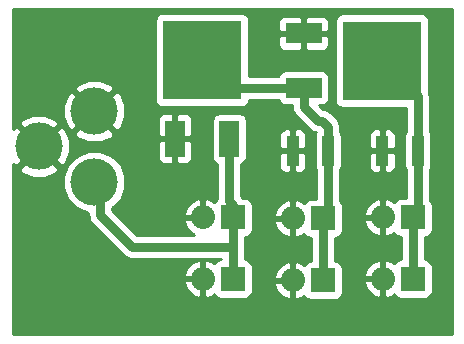
<source format=gtl>
G04 #@! TF.FileFunction,Copper,L1,Top,Signal*
%FSLAX46Y46*%
G04 Gerber Fmt 4.6, Leading zero omitted, Abs format (unit mm)*
G04 Created by KiCad (PCBNEW 4.0.1-3.201512221402+6198~38~ubuntu14.04.1-stable) date Sat 30 Jul 2016 07:40:51 PM PDT*
%MOMM*%
G01*
G04 APERTURE LIST*
%ADD10C,0.100000*%
%ADD11C,4.000000*%
%ADD12R,1.000000X2.500000*%
%ADD13R,2.032000X2.032000*%
%ADD14O,2.032000X2.032000*%
%ADD15R,1.651000X3.048000*%
%ADD16R,6.700520X6.700520*%
%ADD17R,3.048000X1.651000*%
%ADD18C,0.762000*%
%ADD19C,0.254000*%
G04 APERTURE END LIST*
D10*
D11*
X115316000Y-98656140D03*
X115316000Y-92656660D03*
X110617000Y-95656400D03*
D12*
X135128000Y-96012000D03*
X132128000Y-96012000D03*
D13*
X134683500Y-101727000D03*
D14*
X132143500Y-101727000D03*
D13*
X134683500Y-106997500D03*
D14*
X132143500Y-106997500D03*
D13*
X142303500Y-101663500D03*
D14*
X139763500Y-101663500D03*
D13*
X127063500Y-101663500D03*
D14*
X124523500Y-101663500D03*
D13*
X142303500Y-106870500D03*
D14*
X139763500Y-106870500D03*
D13*
X127063500Y-106870500D03*
D14*
X124523500Y-106870500D03*
D15*
X122158760Y-94996000D03*
D16*
X124460000Y-88346280D03*
D15*
X126761240Y-94996000D03*
D17*
X133050280Y-86090760D03*
D16*
X139700000Y-88392000D03*
D17*
X133050280Y-90693240D03*
D12*
X142700000Y-96012000D03*
X139700000Y-96012000D03*
D18*
X133050280Y-90693240D02*
X126806960Y-90693240D01*
X126806960Y-90693240D02*
X124460000Y-88346280D01*
X134683500Y-101727000D02*
X134683500Y-106997500D01*
X135128000Y-96012000D02*
X135128000Y-101282500D01*
X135128000Y-101282500D02*
X134683500Y-101727000D01*
X134600000Y-93472000D02*
X134241540Y-93472000D01*
X134241540Y-93472000D02*
X133050280Y-92280740D01*
X133050280Y-92280740D02*
X133050280Y-90693240D01*
X135128000Y-96012000D02*
X135128000Y-94000000D01*
X135128000Y-94000000D02*
X134600000Y-93472000D01*
X142700000Y-96012000D02*
X142700000Y-91392000D01*
X142700000Y-91392000D02*
X139700000Y-88392000D01*
X142700000Y-96012000D02*
X142700000Y-101267000D01*
X142700000Y-101267000D02*
X142303500Y-101663500D01*
X142303500Y-106870500D02*
X142303500Y-101663500D01*
X127063500Y-101663500D02*
X127063500Y-100584000D01*
X126761240Y-94996000D02*
X126761240Y-100281740D01*
X126761240Y-100281740D02*
X127063500Y-100584000D01*
X127063500Y-103441500D02*
X127063500Y-104140000D01*
X127063500Y-106870500D02*
X127063500Y-104140000D01*
X126365000Y-104140000D02*
X127063500Y-104140000D01*
X118479433Y-104140000D02*
X126365000Y-104140000D01*
X127063500Y-103441500D02*
X127063500Y-101663500D01*
X115824000Y-98656140D02*
X115824000Y-101484567D01*
X115824000Y-101484567D02*
X118479433Y-104140000D01*
D19*
G36*
X145594000Y-111558000D02*
X108406000Y-111558000D01*
X108406000Y-107253446D01*
X122917517Y-107253446D01*
X123186312Y-107838879D01*
X123658682Y-108276885D01*
X124140556Y-108476475D01*
X124396500Y-108357336D01*
X124396500Y-106997500D01*
X123036133Y-106997500D01*
X122917517Y-107253446D01*
X108406000Y-107253446D01*
X108406000Y-106487554D01*
X122917517Y-106487554D01*
X123036133Y-106743500D01*
X124396500Y-106743500D01*
X124396500Y-105383664D01*
X124140556Y-105264525D01*
X123658682Y-105464115D01*
X123186312Y-105902121D01*
X122917517Y-106487554D01*
X108406000Y-106487554D01*
X108406000Y-99177974D01*
X112680543Y-99177974D01*
X113080853Y-100146798D01*
X113821443Y-100888682D01*
X114789567Y-101290682D01*
X114808000Y-101290698D01*
X114808000Y-101484567D01*
X114842062Y-101655807D01*
X114885338Y-101873374D01*
X115105580Y-102202987D01*
X117761012Y-104858420D01*
X117981254Y-105005581D01*
X118090627Y-105078662D01*
X118479433Y-105156000D01*
X126047500Y-105156000D01*
X126047500Y-105207060D01*
X125812183Y-105251338D01*
X125596059Y-105390410D01*
X125484660Y-105553448D01*
X125388318Y-105464115D01*
X124906444Y-105264525D01*
X124650500Y-105383664D01*
X124650500Y-106743500D01*
X124670500Y-106743500D01*
X124670500Y-106997500D01*
X124650500Y-106997500D01*
X124650500Y-108357336D01*
X124906444Y-108476475D01*
X125388318Y-108276885D01*
X125485898Y-108186403D01*
X125583410Y-108337941D01*
X125795610Y-108482931D01*
X126047500Y-108533940D01*
X128079500Y-108533940D01*
X128314817Y-108489662D01*
X128530941Y-108350590D01*
X128675931Y-108138390D01*
X128726940Y-107886500D01*
X128726940Y-107380446D01*
X130537517Y-107380446D01*
X130806312Y-107965879D01*
X131278682Y-108403885D01*
X131760556Y-108603475D01*
X132016500Y-108484336D01*
X132016500Y-107124500D01*
X130656133Y-107124500D01*
X130537517Y-107380446D01*
X128726940Y-107380446D01*
X128726940Y-106614554D01*
X130537517Y-106614554D01*
X130656133Y-106870500D01*
X132016500Y-106870500D01*
X132016500Y-105510664D01*
X131760556Y-105391525D01*
X131278682Y-105591115D01*
X130806312Y-106029121D01*
X130537517Y-106614554D01*
X128726940Y-106614554D01*
X128726940Y-105854500D01*
X128682662Y-105619183D01*
X128543590Y-105403059D01*
X128331390Y-105258069D01*
X128079500Y-105207060D01*
X128079500Y-103326940D01*
X128314817Y-103282662D01*
X128530941Y-103143590D01*
X128675931Y-102931390D01*
X128726940Y-102679500D01*
X128726940Y-102109946D01*
X130537517Y-102109946D01*
X130806312Y-102695379D01*
X131278682Y-103133385D01*
X131760556Y-103332975D01*
X132016500Y-103213836D01*
X132016500Y-101854000D01*
X130656133Y-101854000D01*
X130537517Y-102109946D01*
X128726940Y-102109946D01*
X128726940Y-101344054D01*
X130537517Y-101344054D01*
X130656133Y-101600000D01*
X132016500Y-101600000D01*
X132016500Y-100240164D01*
X131760556Y-100121025D01*
X131278682Y-100320615D01*
X130806312Y-100758621D01*
X130537517Y-101344054D01*
X128726940Y-101344054D01*
X128726940Y-100647500D01*
X128682662Y-100412183D01*
X128543590Y-100196059D01*
X128331390Y-100051069D01*
X128079500Y-100000060D01*
X127871777Y-100000060D01*
X127800197Y-99892933D01*
X127781920Y-99865579D01*
X127777240Y-99860899D01*
X127777240Y-97131595D01*
X127822057Y-97123162D01*
X128038181Y-96984090D01*
X128183171Y-96771890D01*
X128234180Y-96520000D01*
X128234180Y-96297750D01*
X130993000Y-96297750D01*
X130993000Y-97388310D01*
X131089673Y-97621699D01*
X131268302Y-97800327D01*
X131501691Y-97897000D01*
X131842250Y-97897000D01*
X132001000Y-97738250D01*
X132001000Y-96139000D01*
X132255000Y-96139000D01*
X132255000Y-97738250D01*
X132413750Y-97897000D01*
X132754309Y-97897000D01*
X132987698Y-97800327D01*
X133166327Y-97621699D01*
X133263000Y-97388310D01*
X133263000Y-96297750D01*
X133104250Y-96139000D01*
X132255000Y-96139000D01*
X132001000Y-96139000D01*
X131151750Y-96139000D01*
X130993000Y-96297750D01*
X128234180Y-96297750D01*
X128234180Y-94635690D01*
X130993000Y-94635690D01*
X130993000Y-95726250D01*
X131151750Y-95885000D01*
X132001000Y-95885000D01*
X132001000Y-94285750D01*
X132255000Y-94285750D01*
X132255000Y-95885000D01*
X133104250Y-95885000D01*
X133263000Y-95726250D01*
X133263000Y-94635690D01*
X133166327Y-94402301D01*
X132987698Y-94223673D01*
X132754309Y-94127000D01*
X132413750Y-94127000D01*
X132255000Y-94285750D01*
X132001000Y-94285750D01*
X131842250Y-94127000D01*
X131501691Y-94127000D01*
X131268302Y-94223673D01*
X131089673Y-94402301D01*
X130993000Y-94635690D01*
X128234180Y-94635690D01*
X128234180Y-93472000D01*
X128189902Y-93236683D01*
X128050830Y-93020559D01*
X127838630Y-92875569D01*
X127586740Y-92824560D01*
X125935740Y-92824560D01*
X125700423Y-92868838D01*
X125484299Y-93007910D01*
X125339309Y-93220110D01*
X125288300Y-93472000D01*
X125288300Y-96520000D01*
X125332578Y-96755317D01*
X125471650Y-96971441D01*
X125683850Y-97116431D01*
X125745240Y-97128863D01*
X125745240Y-100087415D01*
X125596059Y-100183410D01*
X125484660Y-100346448D01*
X125388318Y-100257115D01*
X124906444Y-100057525D01*
X124650500Y-100176664D01*
X124650500Y-101536500D01*
X124670500Y-101536500D01*
X124670500Y-101790500D01*
X124650500Y-101790500D01*
X124650500Y-101810500D01*
X124396500Y-101810500D01*
X124396500Y-101790500D01*
X123036133Y-101790500D01*
X122917517Y-102046446D01*
X123186312Y-102631879D01*
X123658682Y-103069885D01*
X123789333Y-103124000D01*
X118900274Y-103124000D01*
X117056828Y-101280554D01*
X122917517Y-101280554D01*
X123036133Y-101536500D01*
X124396500Y-101536500D01*
X124396500Y-100176664D01*
X124140556Y-100057525D01*
X123658682Y-100257115D01*
X123186312Y-100695121D01*
X122917517Y-101280554D01*
X117056828Y-101280554D01*
X116840000Y-101063727D01*
X116840000Y-100858003D01*
X117548542Y-100150697D01*
X117950542Y-99182573D01*
X117951457Y-98134306D01*
X117551147Y-97165482D01*
X116810557Y-96423598D01*
X115842433Y-96021598D01*
X114794166Y-96020683D01*
X113825342Y-96420993D01*
X113083458Y-97161583D01*
X112681458Y-98129707D01*
X112680543Y-99177974D01*
X108406000Y-99177974D01*
X108406000Y-97531422D01*
X108921584Y-97531422D01*
X109142353Y-97902143D01*
X110114012Y-98295519D01*
X111162247Y-98287113D01*
X112091647Y-97902143D01*
X112312416Y-97531422D01*
X110617000Y-95836005D01*
X108921584Y-97531422D01*
X108406000Y-97531422D01*
X108406000Y-97151737D01*
X108741978Y-97351816D01*
X110437395Y-95656400D01*
X110796605Y-95656400D01*
X112492022Y-97351816D01*
X112862743Y-97131047D01*
X113256119Y-96159388D01*
X113247713Y-95111153D01*
X113007689Y-94531682D01*
X113620584Y-94531682D01*
X113841353Y-94902403D01*
X114813012Y-95295779D01*
X115861247Y-95287373D01*
X115874822Y-95281750D01*
X120698260Y-95281750D01*
X120698260Y-96646310D01*
X120794933Y-96879699D01*
X120973562Y-97058327D01*
X121206951Y-97155000D01*
X121873010Y-97155000D01*
X122031760Y-96996250D01*
X122031760Y-95123000D01*
X122285760Y-95123000D01*
X122285760Y-96996250D01*
X122444510Y-97155000D01*
X123110569Y-97155000D01*
X123343958Y-97058327D01*
X123522587Y-96879699D01*
X123619260Y-96646310D01*
X123619260Y-95281750D01*
X123460510Y-95123000D01*
X122285760Y-95123000D01*
X122031760Y-95123000D01*
X120857010Y-95123000D01*
X120698260Y-95281750D01*
X115874822Y-95281750D01*
X116790647Y-94902403D01*
X117011416Y-94531682D01*
X115316000Y-92836265D01*
X113620584Y-94531682D01*
X113007689Y-94531682D01*
X112862743Y-94181753D01*
X112492022Y-93960984D01*
X110796605Y-95656400D01*
X110437395Y-95656400D01*
X108741978Y-93960984D01*
X108406000Y-94161063D01*
X108406000Y-93781378D01*
X108921584Y-93781378D01*
X110617000Y-95476795D01*
X112312416Y-93781378D01*
X112091647Y-93410657D01*
X111119988Y-93017281D01*
X110071753Y-93025687D01*
X109142353Y-93410657D01*
X108921584Y-93781378D01*
X108406000Y-93781378D01*
X108406000Y-92153672D01*
X112676881Y-92153672D01*
X112685287Y-93201907D01*
X113070257Y-94131307D01*
X113440978Y-94352076D01*
X115136395Y-92656660D01*
X115495605Y-92656660D01*
X117191022Y-94352076D01*
X117561743Y-94131307D01*
X117879799Y-93345690D01*
X120698260Y-93345690D01*
X120698260Y-94710250D01*
X120857010Y-94869000D01*
X122031760Y-94869000D01*
X122031760Y-92995750D01*
X122285760Y-92995750D01*
X122285760Y-94869000D01*
X123460510Y-94869000D01*
X123619260Y-94710250D01*
X123619260Y-93345690D01*
X123522587Y-93112301D01*
X123343958Y-92933673D01*
X123110569Y-92837000D01*
X122444510Y-92837000D01*
X122285760Y-92995750D01*
X122031760Y-92995750D01*
X121873010Y-92837000D01*
X121206951Y-92837000D01*
X120973562Y-92933673D01*
X120794933Y-93112301D01*
X120698260Y-93345690D01*
X117879799Y-93345690D01*
X117955119Y-93159648D01*
X117946713Y-92111413D01*
X117561743Y-91182013D01*
X117191022Y-90961244D01*
X115495605Y-92656660D01*
X115136395Y-92656660D01*
X113440978Y-90961244D01*
X113070257Y-91182013D01*
X112676881Y-92153672D01*
X108406000Y-92153672D01*
X108406000Y-90781638D01*
X113620584Y-90781638D01*
X115316000Y-92477055D01*
X117011416Y-90781638D01*
X116790647Y-90410917D01*
X115818988Y-90017541D01*
X114770753Y-90025947D01*
X113841353Y-90410917D01*
X113620584Y-90781638D01*
X108406000Y-90781638D01*
X108406000Y-84996020D01*
X120462300Y-84996020D01*
X120462300Y-91696540D01*
X120506578Y-91931857D01*
X120645650Y-92147981D01*
X120857850Y-92292971D01*
X121109740Y-92343980D01*
X127810260Y-92343980D01*
X128045577Y-92299702D01*
X128261701Y-92160630D01*
X128406691Y-91948430D01*
X128455128Y-91709240D01*
X130914685Y-91709240D01*
X130923118Y-91754057D01*
X131062190Y-91970181D01*
X131274390Y-92115171D01*
X131526280Y-92166180D01*
X132034280Y-92166180D01*
X132034280Y-92280740D01*
X132084525Y-92533338D01*
X132111618Y-92669547D01*
X132331860Y-92999160D01*
X133523119Y-94190420D01*
X133852733Y-94410662D01*
X133917240Y-94423493D01*
X134069991Y-94453877D01*
X134031569Y-94510110D01*
X133980560Y-94762000D01*
X133980560Y-97262000D01*
X134024838Y-97497317D01*
X134112000Y-97632771D01*
X134112000Y-100063560D01*
X133667500Y-100063560D01*
X133432183Y-100107838D01*
X133216059Y-100246910D01*
X133104660Y-100409948D01*
X133008318Y-100320615D01*
X132526444Y-100121025D01*
X132270500Y-100240164D01*
X132270500Y-101600000D01*
X132290500Y-101600000D01*
X132290500Y-101854000D01*
X132270500Y-101854000D01*
X132270500Y-103213836D01*
X132526444Y-103332975D01*
X133008318Y-103133385D01*
X133105898Y-103042903D01*
X133203410Y-103194441D01*
X133415610Y-103339431D01*
X133667500Y-103390440D01*
X133667500Y-105334060D01*
X133432183Y-105378338D01*
X133216059Y-105517410D01*
X133104660Y-105680448D01*
X133008318Y-105591115D01*
X132526444Y-105391525D01*
X132270500Y-105510664D01*
X132270500Y-106870500D01*
X132290500Y-106870500D01*
X132290500Y-107124500D01*
X132270500Y-107124500D01*
X132270500Y-108484336D01*
X132526444Y-108603475D01*
X133008318Y-108403885D01*
X133105898Y-108313403D01*
X133203410Y-108464941D01*
X133415610Y-108609931D01*
X133667500Y-108660940D01*
X135699500Y-108660940D01*
X135934817Y-108616662D01*
X136150941Y-108477590D01*
X136295931Y-108265390D01*
X136346940Y-108013500D01*
X136346940Y-107253446D01*
X138157517Y-107253446D01*
X138426312Y-107838879D01*
X138898682Y-108276885D01*
X139380556Y-108476475D01*
X139636500Y-108357336D01*
X139636500Y-106997500D01*
X138276133Y-106997500D01*
X138157517Y-107253446D01*
X136346940Y-107253446D01*
X136346940Y-106487554D01*
X138157517Y-106487554D01*
X138276133Y-106743500D01*
X139636500Y-106743500D01*
X139636500Y-105383664D01*
X139380556Y-105264525D01*
X138898682Y-105464115D01*
X138426312Y-105902121D01*
X138157517Y-106487554D01*
X136346940Y-106487554D01*
X136346940Y-105981500D01*
X136302662Y-105746183D01*
X136163590Y-105530059D01*
X135951390Y-105385069D01*
X135699500Y-105334060D01*
X135699500Y-103390440D01*
X135934817Y-103346162D01*
X136150941Y-103207090D01*
X136295931Y-102994890D01*
X136346940Y-102743000D01*
X136346940Y-102046446D01*
X138157517Y-102046446D01*
X138426312Y-102631879D01*
X138898682Y-103069885D01*
X139380556Y-103269475D01*
X139636500Y-103150336D01*
X139636500Y-101790500D01*
X138276133Y-101790500D01*
X138157517Y-102046446D01*
X136346940Y-102046446D01*
X136346940Y-101280554D01*
X138157517Y-101280554D01*
X138276133Y-101536500D01*
X139636500Y-101536500D01*
X139636500Y-100176664D01*
X139380556Y-100057525D01*
X138898682Y-100257115D01*
X138426312Y-100695121D01*
X138157517Y-101280554D01*
X136346940Y-101280554D01*
X136346940Y-100711000D01*
X136302662Y-100475683D01*
X136163590Y-100259559D01*
X136144000Y-100246174D01*
X136144000Y-97631605D01*
X136224431Y-97513890D01*
X136275440Y-97262000D01*
X136275440Y-96297750D01*
X138565000Y-96297750D01*
X138565000Y-97388310D01*
X138661673Y-97621699D01*
X138840302Y-97800327D01*
X139073691Y-97897000D01*
X139414250Y-97897000D01*
X139573000Y-97738250D01*
X139573000Y-96139000D01*
X139827000Y-96139000D01*
X139827000Y-97738250D01*
X139985750Y-97897000D01*
X140326309Y-97897000D01*
X140559698Y-97800327D01*
X140738327Y-97621699D01*
X140835000Y-97388310D01*
X140835000Y-96297750D01*
X140676250Y-96139000D01*
X139827000Y-96139000D01*
X139573000Y-96139000D01*
X138723750Y-96139000D01*
X138565000Y-96297750D01*
X136275440Y-96297750D01*
X136275440Y-94762000D01*
X136251674Y-94635690D01*
X138565000Y-94635690D01*
X138565000Y-95726250D01*
X138723750Y-95885000D01*
X139573000Y-95885000D01*
X139573000Y-94285750D01*
X139827000Y-94285750D01*
X139827000Y-95885000D01*
X140676250Y-95885000D01*
X140835000Y-95726250D01*
X140835000Y-94635690D01*
X140738327Y-94402301D01*
X140559698Y-94223673D01*
X140326309Y-94127000D01*
X139985750Y-94127000D01*
X139827000Y-94285750D01*
X139573000Y-94285750D01*
X139414250Y-94127000D01*
X139073691Y-94127000D01*
X138840302Y-94223673D01*
X138661673Y-94402301D01*
X138565000Y-94635690D01*
X136251674Y-94635690D01*
X136231162Y-94526683D01*
X136144000Y-94391229D01*
X136144000Y-94000000D01*
X136066662Y-93611194D01*
X136066662Y-93611193D01*
X135846421Y-93281580D01*
X135318420Y-92753580D01*
X134988807Y-92533338D01*
X134924300Y-92520507D01*
X134677870Y-92471489D01*
X134372561Y-92166180D01*
X134574280Y-92166180D01*
X134809597Y-92121902D01*
X135025721Y-91982830D01*
X135170711Y-91770630D01*
X135221720Y-91518740D01*
X135221720Y-89867740D01*
X135177442Y-89632423D01*
X135038370Y-89416299D01*
X134826170Y-89271309D01*
X134574280Y-89220300D01*
X131526280Y-89220300D01*
X131290963Y-89264578D01*
X131074839Y-89403650D01*
X130929849Y-89615850D01*
X130917417Y-89677240D01*
X128457700Y-89677240D01*
X128457700Y-86376510D01*
X130891280Y-86376510D01*
X130891280Y-87042569D01*
X130987953Y-87275958D01*
X131166581Y-87454587D01*
X131399970Y-87551260D01*
X132764530Y-87551260D01*
X132923280Y-87392510D01*
X132923280Y-86217760D01*
X133177280Y-86217760D01*
X133177280Y-87392510D01*
X133336030Y-87551260D01*
X134700590Y-87551260D01*
X134933979Y-87454587D01*
X135112607Y-87275958D01*
X135209280Y-87042569D01*
X135209280Y-86376510D01*
X135050530Y-86217760D01*
X133177280Y-86217760D01*
X132923280Y-86217760D01*
X131050030Y-86217760D01*
X130891280Y-86376510D01*
X128457700Y-86376510D01*
X128457700Y-85138951D01*
X130891280Y-85138951D01*
X130891280Y-85805010D01*
X131050030Y-85963760D01*
X132923280Y-85963760D01*
X132923280Y-84789010D01*
X133177280Y-84789010D01*
X133177280Y-85963760D01*
X135050530Y-85963760D01*
X135209280Y-85805010D01*
X135209280Y-85138951D01*
X135169014Y-85041740D01*
X135702300Y-85041740D01*
X135702300Y-91742260D01*
X135746578Y-91977577D01*
X135885650Y-92193701D01*
X136097850Y-92338691D01*
X136349740Y-92389700D01*
X141684000Y-92389700D01*
X141684000Y-94392395D01*
X141603569Y-94510110D01*
X141552560Y-94762000D01*
X141552560Y-97262000D01*
X141596838Y-97497317D01*
X141684000Y-97632771D01*
X141684000Y-100000060D01*
X141287500Y-100000060D01*
X141052183Y-100044338D01*
X140836059Y-100183410D01*
X140724660Y-100346448D01*
X140628318Y-100257115D01*
X140146444Y-100057525D01*
X139890500Y-100176664D01*
X139890500Y-101536500D01*
X139910500Y-101536500D01*
X139910500Y-101790500D01*
X139890500Y-101790500D01*
X139890500Y-103150336D01*
X140146444Y-103269475D01*
X140628318Y-103069885D01*
X140725898Y-102979403D01*
X140823410Y-103130941D01*
X141035610Y-103275931D01*
X141287500Y-103326940D01*
X141287500Y-105207060D01*
X141052183Y-105251338D01*
X140836059Y-105390410D01*
X140724660Y-105553448D01*
X140628318Y-105464115D01*
X140146444Y-105264525D01*
X139890500Y-105383664D01*
X139890500Y-106743500D01*
X139910500Y-106743500D01*
X139910500Y-106997500D01*
X139890500Y-106997500D01*
X139890500Y-108357336D01*
X140146444Y-108476475D01*
X140628318Y-108276885D01*
X140725898Y-108186403D01*
X140823410Y-108337941D01*
X141035610Y-108482931D01*
X141287500Y-108533940D01*
X143319500Y-108533940D01*
X143554817Y-108489662D01*
X143770941Y-108350590D01*
X143915931Y-108138390D01*
X143966940Y-107886500D01*
X143966940Y-105854500D01*
X143922662Y-105619183D01*
X143783590Y-105403059D01*
X143571390Y-105258069D01*
X143319500Y-105207060D01*
X143319500Y-103326940D01*
X143554817Y-103282662D01*
X143770941Y-103143590D01*
X143915931Y-102931390D01*
X143966940Y-102679500D01*
X143966940Y-100647500D01*
X143922662Y-100412183D01*
X143783590Y-100196059D01*
X143716000Y-100149877D01*
X143716000Y-97631605D01*
X143796431Y-97513890D01*
X143847440Y-97262000D01*
X143847440Y-94762000D01*
X143803162Y-94526683D01*
X143716000Y-94391229D01*
X143716000Y-91392000D01*
X143697700Y-91299999D01*
X143697700Y-85041740D01*
X143653422Y-84806423D01*
X143514350Y-84590299D01*
X143302150Y-84445309D01*
X143050260Y-84394300D01*
X136349740Y-84394300D01*
X136114423Y-84438578D01*
X135898299Y-84577650D01*
X135753309Y-84789850D01*
X135702300Y-85041740D01*
X135169014Y-85041740D01*
X135112607Y-84905562D01*
X134933979Y-84726933D01*
X134700590Y-84630260D01*
X133336030Y-84630260D01*
X133177280Y-84789010D01*
X132923280Y-84789010D01*
X132764530Y-84630260D01*
X131399970Y-84630260D01*
X131166581Y-84726933D01*
X130987953Y-84905562D01*
X130891280Y-85138951D01*
X128457700Y-85138951D01*
X128457700Y-84996020D01*
X128413422Y-84760703D01*
X128274350Y-84544579D01*
X128062150Y-84399589D01*
X127810260Y-84348580D01*
X121109740Y-84348580D01*
X120874423Y-84392858D01*
X120658299Y-84531930D01*
X120513309Y-84744130D01*
X120462300Y-84996020D01*
X108406000Y-84996020D01*
X108406000Y-84022000D01*
X145594000Y-84022000D01*
X145594000Y-111558000D01*
X145594000Y-111558000D01*
G37*
X145594000Y-111558000D02*
X108406000Y-111558000D01*
X108406000Y-107253446D01*
X122917517Y-107253446D01*
X123186312Y-107838879D01*
X123658682Y-108276885D01*
X124140556Y-108476475D01*
X124396500Y-108357336D01*
X124396500Y-106997500D01*
X123036133Y-106997500D01*
X122917517Y-107253446D01*
X108406000Y-107253446D01*
X108406000Y-106487554D01*
X122917517Y-106487554D01*
X123036133Y-106743500D01*
X124396500Y-106743500D01*
X124396500Y-105383664D01*
X124140556Y-105264525D01*
X123658682Y-105464115D01*
X123186312Y-105902121D01*
X122917517Y-106487554D01*
X108406000Y-106487554D01*
X108406000Y-99177974D01*
X112680543Y-99177974D01*
X113080853Y-100146798D01*
X113821443Y-100888682D01*
X114789567Y-101290682D01*
X114808000Y-101290698D01*
X114808000Y-101484567D01*
X114842062Y-101655807D01*
X114885338Y-101873374D01*
X115105580Y-102202987D01*
X117761012Y-104858420D01*
X117981254Y-105005581D01*
X118090627Y-105078662D01*
X118479433Y-105156000D01*
X126047500Y-105156000D01*
X126047500Y-105207060D01*
X125812183Y-105251338D01*
X125596059Y-105390410D01*
X125484660Y-105553448D01*
X125388318Y-105464115D01*
X124906444Y-105264525D01*
X124650500Y-105383664D01*
X124650500Y-106743500D01*
X124670500Y-106743500D01*
X124670500Y-106997500D01*
X124650500Y-106997500D01*
X124650500Y-108357336D01*
X124906444Y-108476475D01*
X125388318Y-108276885D01*
X125485898Y-108186403D01*
X125583410Y-108337941D01*
X125795610Y-108482931D01*
X126047500Y-108533940D01*
X128079500Y-108533940D01*
X128314817Y-108489662D01*
X128530941Y-108350590D01*
X128675931Y-108138390D01*
X128726940Y-107886500D01*
X128726940Y-107380446D01*
X130537517Y-107380446D01*
X130806312Y-107965879D01*
X131278682Y-108403885D01*
X131760556Y-108603475D01*
X132016500Y-108484336D01*
X132016500Y-107124500D01*
X130656133Y-107124500D01*
X130537517Y-107380446D01*
X128726940Y-107380446D01*
X128726940Y-106614554D01*
X130537517Y-106614554D01*
X130656133Y-106870500D01*
X132016500Y-106870500D01*
X132016500Y-105510664D01*
X131760556Y-105391525D01*
X131278682Y-105591115D01*
X130806312Y-106029121D01*
X130537517Y-106614554D01*
X128726940Y-106614554D01*
X128726940Y-105854500D01*
X128682662Y-105619183D01*
X128543590Y-105403059D01*
X128331390Y-105258069D01*
X128079500Y-105207060D01*
X128079500Y-103326940D01*
X128314817Y-103282662D01*
X128530941Y-103143590D01*
X128675931Y-102931390D01*
X128726940Y-102679500D01*
X128726940Y-102109946D01*
X130537517Y-102109946D01*
X130806312Y-102695379D01*
X131278682Y-103133385D01*
X131760556Y-103332975D01*
X132016500Y-103213836D01*
X132016500Y-101854000D01*
X130656133Y-101854000D01*
X130537517Y-102109946D01*
X128726940Y-102109946D01*
X128726940Y-101344054D01*
X130537517Y-101344054D01*
X130656133Y-101600000D01*
X132016500Y-101600000D01*
X132016500Y-100240164D01*
X131760556Y-100121025D01*
X131278682Y-100320615D01*
X130806312Y-100758621D01*
X130537517Y-101344054D01*
X128726940Y-101344054D01*
X128726940Y-100647500D01*
X128682662Y-100412183D01*
X128543590Y-100196059D01*
X128331390Y-100051069D01*
X128079500Y-100000060D01*
X127871777Y-100000060D01*
X127800197Y-99892933D01*
X127781920Y-99865579D01*
X127777240Y-99860899D01*
X127777240Y-97131595D01*
X127822057Y-97123162D01*
X128038181Y-96984090D01*
X128183171Y-96771890D01*
X128234180Y-96520000D01*
X128234180Y-96297750D01*
X130993000Y-96297750D01*
X130993000Y-97388310D01*
X131089673Y-97621699D01*
X131268302Y-97800327D01*
X131501691Y-97897000D01*
X131842250Y-97897000D01*
X132001000Y-97738250D01*
X132001000Y-96139000D01*
X132255000Y-96139000D01*
X132255000Y-97738250D01*
X132413750Y-97897000D01*
X132754309Y-97897000D01*
X132987698Y-97800327D01*
X133166327Y-97621699D01*
X133263000Y-97388310D01*
X133263000Y-96297750D01*
X133104250Y-96139000D01*
X132255000Y-96139000D01*
X132001000Y-96139000D01*
X131151750Y-96139000D01*
X130993000Y-96297750D01*
X128234180Y-96297750D01*
X128234180Y-94635690D01*
X130993000Y-94635690D01*
X130993000Y-95726250D01*
X131151750Y-95885000D01*
X132001000Y-95885000D01*
X132001000Y-94285750D01*
X132255000Y-94285750D01*
X132255000Y-95885000D01*
X133104250Y-95885000D01*
X133263000Y-95726250D01*
X133263000Y-94635690D01*
X133166327Y-94402301D01*
X132987698Y-94223673D01*
X132754309Y-94127000D01*
X132413750Y-94127000D01*
X132255000Y-94285750D01*
X132001000Y-94285750D01*
X131842250Y-94127000D01*
X131501691Y-94127000D01*
X131268302Y-94223673D01*
X131089673Y-94402301D01*
X130993000Y-94635690D01*
X128234180Y-94635690D01*
X128234180Y-93472000D01*
X128189902Y-93236683D01*
X128050830Y-93020559D01*
X127838630Y-92875569D01*
X127586740Y-92824560D01*
X125935740Y-92824560D01*
X125700423Y-92868838D01*
X125484299Y-93007910D01*
X125339309Y-93220110D01*
X125288300Y-93472000D01*
X125288300Y-96520000D01*
X125332578Y-96755317D01*
X125471650Y-96971441D01*
X125683850Y-97116431D01*
X125745240Y-97128863D01*
X125745240Y-100087415D01*
X125596059Y-100183410D01*
X125484660Y-100346448D01*
X125388318Y-100257115D01*
X124906444Y-100057525D01*
X124650500Y-100176664D01*
X124650500Y-101536500D01*
X124670500Y-101536500D01*
X124670500Y-101790500D01*
X124650500Y-101790500D01*
X124650500Y-101810500D01*
X124396500Y-101810500D01*
X124396500Y-101790500D01*
X123036133Y-101790500D01*
X122917517Y-102046446D01*
X123186312Y-102631879D01*
X123658682Y-103069885D01*
X123789333Y-103124000D01*
X118900274Y-103124000D01*
X117056828Y-101280554D01*
X122917517Y-101280554D01*
X123036133Y-101536500D01*
X124396500Y-101536500D01*
X124396500Y-100176664D01*
X124140556Y-100057525D01*
X123658682Y-100257115D01*
X123186312Y-100695121D01*
X122917517Y-101280554D01*
X117056828Y-101280554D01*
X116840000Y-101063727D01*
X116840000Y-100858003D01*
X117548542Y-100150697D01*
X117950542Y-99182573D01*
X117951457Y-98134306D01*
X117551147Y-97165482D01*
X116810557Y-96423598D01*
X115842433Y-96021598D01*
X114794166Y-96020683D01*
X113825342Y-96420993D01*
X113083458Y-97161583D01*
X112681458Y-98129707D01*
X112680543Y-99177974D01*
X108406000Y-99177974D01*
X108406000Y-97531422D01*
X108921584Y-97531422D01*
X109142353Y-97902143D01*
X110114012Y-98295519D01*
X111162247Y-98287113D01*
X112091647Y-97902143D01*
X112312416Y-97531422D01*
X110617000Y-95836005D01*
X108921584Y-97531422D01*
X108406000Y-97531422D01*
X108406000Y-97151737D01*
X108741978Y-97351816D01*
X110437395Y-95656400D01*
X110796605Y-95656400D01*
X112492022Y-97351816D01*
X112862743Y-97131047D01*
X113256119Y-96159388D01*
X113247713Y-95111153D01*
X113007689Y-94531682D01*
X113620584Y-94531682D01*
X113841353Y-94902403D01*
X114813012Y-95295779D01*
X115861247Y-95287373D01*
X115874822Y-95281750D01*
X120698260Y-95281750D01*
X120698260Y-96646310D01*
X120794933Y-96879699D01*
X120973562Y-97058327D01*
X121206951Y-97155000D01*
X121873010Y-97155000D01*
X122031760Y-96996250D01*
X122031760Y-95123000D01*
X122285760Y-95123000D01*
X122285760Y-96996250D01*
X122444510Y-97155000D01*
X123110569Y-97155000D01*
X123343958Y-97058327D01*
X123522587Y-96879699D01*
X123619260Y-96646310D01*
X123619260Y-95281750D01*
X123460510Y-95123000D01*
X122285760Y-95123000D01*
X122031760Y-95123000D01*
X120857010Y-95123000D01*
X120698260Y-95281750D01*
X115874822Y-95281750D01*
X116790647Y-94902403D01*
X117011416Y-94531682D01*
X115316000Y-92836265D01*
X113620584Y-94531682D01*
X113007689Y-94531682D01*
X112862743Y-94181753D01*
X112492022Y-93960984D01*
X110796605Y-95656400D01*
X110437395Y-95656400D01*
X108741978Y-93960984D01*
X108406000Y-94161063D01*
X108406000Y-93781378D01*
X108921584Y-93781378D01*
X110617000Y-95476795D01*
X112312416Y-93781378D01*
X112091647Y-93410657D01*
X111119988Y-93017281D01*
X110071753Y-93025687D01*
X109142353Y-93410657D01*
X108921584Y-93781378D01*
X108406000Y-93781378D01*
X108406000Y-92153672D01*
X112676881Y-92153672D01*
X112685287Y-93201907D01*
X113070257Y-94131307D01*
X113440978Y-94352076D01*
X115136395Y-92656660D01*
X115495605Y-92656660D01*
X117191022Y-94352076D01*
X117561743Y-94131307D01*
X117879799Y-93345690D01*
X120698260Y-93345690D01*
X120698260Y-94710250D01*
X120857010Y-94869000D01*
X122031760Y-94869000D01*
X122031760Y-92995750D01*
X122285760Y-92995750D01*
X122285760Y-94869000D01*
X123460510Y-94869000D01*
X123619260Y-94710250D01*
X123619260Y-93345690D01*
X123522587Y-93112301D01*
X123343958Y-92933673D01*
X123110569Y-92837000D01*
X122444510Y-92837000D01*
X122285760Y-92995750D01*
X122031760Y-92995750D01*
X121873010Y-92837000D01*
X121206951Y-92837000D01*
X120973562Y-92933673D01*
X120794933Y-93112301D01*
X120698260Y-93345690D01*
X117879799Y-93345690D01*
X117955119Y-93159648D01*
X117946713Y-92111413D01*
X117561743Y-91182013D01*
X117191022Y-90961244D01*
X115495605Y-92656660D01*
X115136395Y-92656660D01*
X113440978Y-90961244D01*
X113070257Y-91182013D01*
X112676881Y-92153672D01*
X108406000Y-92153672D01*
X108406000Y-90781638D01*
X113620584Y-90781638D01*
X115316000Y-92477055D01*
X117011416Y-90781638D01*
X116790647Y-90410917D01*
X115818988Y-90017541D01*
X114770753Y-90025947D01*
X113841353Y-90410917D01*
X113620584Y-90781638D01*
X108406000Y-90781638D01*
X108406000Y-84996020D01*
X120462300Y-84996020D01*
X120462300Y-91696540D01*
X120506578Y-91931857D01*
X120645650Y-92147981D01*
X120857850Y-92292971D01*
X121109740Y-92343980D01*
X127810260Y-92343980D01*
X128045577Y-92299702D01*
X128261701Y-92160630D01*
X128406691Y-91948430D01*
X128455128Y-91709240D01*
X130914685Y-91709240D01*
X130923118Y-91754057D01*
X131062190Y-91970181D01*
X131274390Y-92115171D01*
X131526280Y-92166180D01*
X132034280Y-92166180D01*
X132034280Y-92280740D01*
X132084525Y-92533338D01*
X132111618Y-92669547D01*
X132331860Y-92999160D01*
X133523119Y-94190420D01*
X133852733Y-94410662D01*
X133917240Y-94423493D01*
X134069991Y-94453877D01*
X134031569Y-94510110D01*
X133980560Y-94762000D01*
X133980560Y-97262000D01*
X134024838Y-97497317D01*
X134112000Y-97632771D01*
X134112000Y-100063560D01*
X133667500Y-100063560D01*
X133432183Y-100107838D01*
X133216059Y-100246910D01*
X133104660Y-100409948D01*
X133008318Y-100320615D01*
X132526444Y-100121025D01*
X132270500Y-100240164D01*
X132270500Y-101600000D01*
X132290500Y-101600000D01*
X132290500Y-101854000D01*
X132270500Y-101854000D01*
X132270500Y-103213836D01*
X132526444Y-103332975D01*
X133008318Y-103133385D01*
X133105898Y-103042903D01*
X133203410Y-103194441D01*
X133415610Y-103339431D01*
X133667500Y-103390440D01*
X133667500Y-105334060D01*
X133432183Y-105378338D01*
X133216059Y-105517410D01*
X133104660Y-105680448D01*
X133008318Y-105591115D01*
X132526444Y-105391525D01*
X132270500Y-105510664D01*
X132270500Y-106870500D01*
X132290500Y-106870500D01*
X132290500Y-107124500D01*
X132270500Y-107124500D01*
X132270500Y-108484336D01*
X132526444Y-108603475D01*
X133008318Y-108403885D01*
X133105898Y-108313403D01*
X133203410Y-108464941D01*
X133415610Y-108609931D01*
X133667500Y-108660940D01*
X135699500Y-108660940D01*
X135934817Y-108616662D01*
X136150941Y-108477590D01*
X136295931Y-108265390D01*
X136346940Y-108013500D01*
X136346940Y-107253446D01*
X138157517Y-107253446D01*
X138426312Y-107838879D01*
X138898682Y-108276885D01*
X139380556Y-108476475D01*
X139636500Y-108357336D01*
X139636500Y-106997500D01*
X138276133Y-106997500D01*
X138157517Y-107253446D01*
X136346940Y-107253446D01*
X136346940Y-106487554D01*
X138157517Y-106487554D01*
X138276133Y-106743500D01*
X139636500Y-106743500D01*
X139636500Y-105383664D01*
X139380556Y-105264525D01*
X138898682Y-105464115D01*
X138426312Y-105902121D01*
X138157517Y-106487554D01*
X136346940Y-106487554D01*
X136346940Y-105981500D01*
X136302662Y-105746183D01*
X136163590Y-105530059D01*
X135951390Y-105385069D01*
X135699500Y-105334060D01*
X135699500Y-103390440D01*
X135934817Y-103346162D01*
X136150941Y-103207090D01*
X136295931Y-102994890D01*
X136346940Y-102743000D01*
X136346940Y-102046446D01*
X138157517Y-102046446D01*
X138426312Y-102631879D01*
X138898682Y-103069885D01*
X139380556Y-103269475D01*
X139636500Y-103150336D01*
X139636500Y-101790500D01*
X138276133Y-101790500D01*
X138157517Y-102046446D01*
X136346940Y-102046446D01*
X136346940Y-101280554D01*
X138157517Y-101280554D01*
X138276133Y-101536500D01*
X139636500Y-101536500D01*
X139636500Y-100176664D01*
X139380556Y-100057525D01*
X138898682Y-100257115D01*
X138426312Y-100695121D01*
X138157517Y-101280554D01*
X136346940Y-101280554D01*
X136346940Y-100711000D01*
X136302662Y-100475683D01*
X136163590Y-100259559D01*
X136144000Y-100246174D01*
X136144000Y-97631605D01*
X136224431Y-97513890D01*
X136275440Y-97262000D01*
X136275440Y-96297750D01*
X138565000Y-96297750D01*
X138565000Y-97388310D01*
X138661673Y-97621699D01*
X138840302Y-97800327D01*
X139073691Y-97897000D01*
X139414250Y-97897000D01*
X139573000Y-97738250D01*
X139573000Y-96139000D01*
X139827000Y-96139000D01*
X139827000Y-97738250D01*
X139985750Y-97897000D01*
X140326309Y-97897000D01*
X140559698Y-97800327D01*
X140738327Y-97621699D01*
X140835000Y-97388310D01*
X140835000Y-96297750D01*
X140676250Y-96139000D01*
X139827000Y-96139000D01*
X139573000Y-96139000D01*
X138723750Y-96139000D01*
X138565000Y-96297750D01*
X136275440Y-96297750D01*
X136275440Y-94762000D01*
X136251674Y-94635690D01*
X138565000Y-94635690D01*
X138565000Y-95726250D01*
X138723750Y-95885000D01*
X139573000Y-95885000D01*
X139573000Y-94285750D01*
X139827000Y-94285750D01*
X139827000Y-95885000D01*
X140676250Y-95885000D01*
X140835000Y-95726250D01*
X140835000Y-94635690D01*
X140738327Y-94402301D01*
X140559698Y-94223673D01*
X140326309Y-94127000D01*
X139985750Y-94127000D01*
X139827000Y-94285750D01*
X139573000Y-94285750D01*
X139414250Y-94127000D01*
X139073691Y-94127000D01*
X138840302Y-94223673D01*
X138661673Y-94402301D01*
X138565000Y-94635690D01*
X136251674Y-94635690D01*
X136231162Y-94526683D01*
X136144000Y-94391229D01*
X136144000Y-94000000D01*
X136066662Y-93611194D01*
X136066662Y-93611193D01*
X135846421Y-93281580D01*
X135318420Y-92753580D01*
X134988807Y-92533338D01*
X134924300Y-92520507D01*
X134677870Y-92471489D01*
X134372561Y-92166180D01*
X134574280Y-92166180D01*
X134809597Y-92121902D01*
X135025721Y-91982830D01*
X135170711Y-91770630D01*
X135221720Y-91518740D01*
X135221720Y-89867740D01*
X135177442Y-89632423D01*
X135038370Y-89416299D01*
X134826170Y-89271309D01*
X134574280Y-89220300D01*
X131526280Y-89220300D01*
X131290963Y-89264578D01*
X131074839Y-89403650D01*
X130929849Y-89615850D01*
X130917417Y-89677240D01*
X128457700Y-89677240D01*
X128457700Y-86376510D01*
X130891280Y-86376510D01*
X130891280Y-87042569D01*
X130987953Y-87275958D01*
X131166581Y-87454587D01*
X131399970Y-87551260D01*
X132764530Y-87551260D01*
X132923280Y-87392510D01*
X132923280Y-86217760D01*
X133177280Y-86217760D01*
X133177280Y-87392510D01*
X133336030Y-87551260D01*
X134700590Y-87551260D01*
X134933979Y-87454587D01*
X135112607Y-87275958D01*
X135209280Y-87042569D01*
X135209280Y-86376510D01*
X135050530Y-86217760D01*
X133177280Y-86217760D01*
X132923280Y-86217760D01*
X131050030Y-86217760D01*
X130891280Y-86376510D01*
X128457700Y-86376510D01*
X128457700Y-85138951D01*
X130891280Y-85138951D01*
X130891280Y-85805010D01*
X131050030Y-85963760D01*
X132923280Y-85963760D01*
X132923280Y-84789010D01*
X133177280Y-84789010D01*
X133177280Y-85963760D01*
X135050530Y-85963760D01*
X135209280Y-85805010D01*
X135209280Y-85138951D01*
X135169014Y-85041740D01*
X135702300Y-85041740D01*
X135702300Y-91742260D01*
X135746578Y-91977577D01*
X135885650Y-92193701D01*
X136097850Y-92338691D01*
X136349740Y-92389700D01*
X141684000Y-92389700D01*
X141684000Y-94392395D01*
X141603569Y-94510110D01*
X141552560Y-94762000D01*
X141552560Y-97262000D01*
X141596838Y-97497317D01*
X141684000Y-97632771D01*
X141684000Y-100000060D01*
X141287500Y-100000060D01*
X141052183Y-100044338D01*
X140836059Y-100183410D01*
X140724660Y-100346448D01*
X140628318Y-100257115D01*
X140146444Y-100057525D01*
X139890500Y-100176664D01*
X139890500Y-101536500D01*
X139910500Y-101536500D01*
X139910500Y-101790500D01*
X139890500Y-101790500D01*
X139890500Y-103150336D01*
X140146444Y-103269475D01*
X140628318Y-103069885D01*
X140725898Y-102979403D01*
X140823410Y-103130941D01*
X141035610Y-103275931D01*
X141287500Y-103326940D01*
X141287500Y-105207060D01*
X141052183Y-105251338D01*
X140836059Y-105390410D01*
X140724660Y-105553448D01*
X140628318Y-105464115D01*
X140146444Y-105264525D01*
X139890500Y-105383664D01*
X139890500Y-106743500D01*
X139910500Y-106743500D01*
X139910500Y-106997500D01*
X139890500Y-106997500D01*
X139890500Y-108357336D01*
X140146444Y-108476475D01*
X140628318Y-108276885D01*
X140725898Y-108186403D01*
X140823410Y-108337941D01*
X141035610Y-108482931D01*
X141287500Y-108533940D01*
X143319500Y-108533940D01*
X143554817Y-108489662D01*
X143770941Y-108350590D01*
X143915931Y-108138390D01*
X143966940Y-107886500D01*
X143966940Y-105854500D01*
X143922662Y-105619183D01*
X143783590Y-105403059D01*
X143571390Y-105258069D01*
X143319500Y-105207060D01*
X143319500Y-103326940D01*
X143554817Y-103282662D01*
X143770941Y-103143590D01*
X143915931Y-102931390D01*
X143966940Y-102679500D01*
X143966940Y-100647500D01*
X143922662Y-100412183D01*
X143783590Y-100196059D01*
X143716000Y-100149877D01*
X143716000Y-97631605D01*
X143796431Y-97513890D01*
X143847440Y-97262000D01*
X143847440Y-94762000D01*
X143803162Y-94526683D01*
X143716000Y-94391229D01*
X143716000Y-91392000D01*
X143697700Y-91299999D01*
X143697700Y-85041740D01*
X143653422Y-84806423D01*
X143514350Y-84590299D01*
X143302150Y-84445309D01*
X143050260Y-84394300D01*
X136349740Y-84394300D01*
X136114423Y-84438578D01*
X135898299Y-84577650D01*
X135753309Y-84789850D01*
X135702300Y-85041740D01*
X135169014Y-85041740D01*
X135112607Y-84905562D01*
X134933979Y-84726933D01*
X134700590Y-84630260D01*
X133336030Y-84630260D01*
X133177280Y-84789010D01*
X132923280Y-84789010D01*
X132764530Y-84630260D01*
X131399970Y-84630260D01*
X131166581Y-84726933D01*
X130987953Y-84905562D01*
X130891280Y-85138951D01*
X128457700Y-85138951D01*
X128457700Y-84996020D01*
X128413422Y-84760703D01*
X128274350Y-84544579D01*
X128062150Y-84399589D01*
X127810260Y-84348580D01*
X121109740Y-84348580D01*
X120874423Y-84392858D01*
X120658299Y-84531930D01*
X120513309Y-84744130D01*
X120462300Y-84996020D01*
X108406000Y-84996020D01*
X108406000Y-84022000D01*
X145594000Y-84022000D01*
X145594000Y-111558000D01*
M02*

</source>
